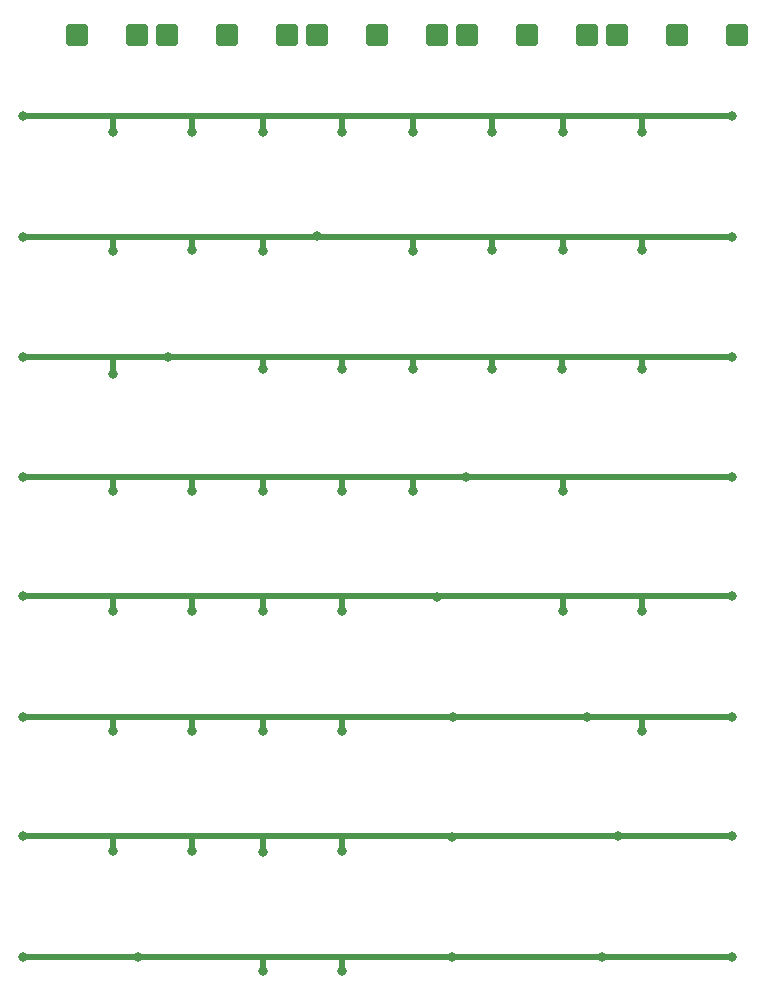
<source format=gbr>
%TF.GenerationSoftware,KiCad,Pcbnew,8.0.4*%
%TF.CreationDate,2024-09-09T09:49:45+10:00*%
%TF.ProjectId,ti59_keyboard,74693539-5f6b-4657-9962-6f6172642e6b,rev?*%
%TF.SameCoordinates,Original*%
%TF.FileFunction,Copper,L2,Bot*%
%TF.FilePolarity,Positive*%
%FSLAX46Y46*%
G04 Gerber Fmt 4.6, Leading zero omitted, Abs format (unit mm)*
G04 Created by KiCad (PCBNEW 8.0.4) date 2024-09-09 09:49:45*
%MOMM*%
%LPD*%
G01*
G04 APERTURE LIST*
G04 Aperture macros list*
%AMRoundRect*
0 Rectangle with rounded corners*
0 $1 Rounding radius*
0 $2 $3 $4 $5 $6 $7 $8 $9 X,Y pos of 4 corners*
0 Add a 4 corners polygon primitive as box body*
4,1,4,$2,$3,$4,$5,$6,$7,$8,$9,$2,$3,0*
0 Add four circle primitives for the rounded corners*
1,1,$1+$1,$2,$3*
1,1,$1+$1,$4,$5*
1,1,$1+$1,$6,$7*
1,1,$1+$1,$8,$9*
0 Add four rect primitives between the rounded corners*
20,1,$1+$1,$2,$3,$4,$5,0*
20,1,$1+$1,$4,$5,$6,$7,0*
20,1,$1+$1,$6,$7,$8,$9,0*
20,1,$1+$1,$8,$9,$2,$3,0*%
G04 Aperture macros list end*
%TA.AperFunction,ComponentPad*%
%ADD10RoundRect,0.250000X-0.675000X-0.675000X0.675000X-0.675000X0.675000X0.675000X-0.675000X0.675000X0*%
%TD*%
%TA.AperFunction,ViaPad*%
%ADD11C,0.800000*%
%TD*%
%TA.AperFunction,Conductor*%
%ADD12C,0.500000*%
%TD*%
G04 APERTURE END LIST*
D10*
%TO.P,J12,1,Pin_1*%
%TO.N,/R6*%
X20320000Y-2110000D03*
%TD*%
%TO.P,J4,1,Pin_1*%
%TO.N,/C2*%
X-12700000Y-2110000D03*
%TD*%
%TO.P,J13,1,Pin_1*%
%TO.N,/C5*%
X25400000Y-2110000D03*
%TD*%
%TO.P,J7,1,Pin_1*%
%TO.N,/C3*%
X0Y-2110000D03*
%TD*%
%TO.P,J8,1,Pin_1*%
%TO.N,/R4*%
X5080000Y-2110000D03*
%TD*%
%TO.P,J2,1,Pin_1*%
%TO.N,/R7*%
X-20320000Y-2110000D03*
%TD*%
%TO.P,J10,1,Pin_1*%
%TO.N,/C4*%
X12700000Y-2110000D03*
%TD*%
%TO.P,J3,1,Pin_1*%
%TO.N,/R2*%
X-17780000Y-2110000D03*
%TD*%
%TO.P,J6,1,Pin_1*%
%TO.N,/R1*%
X-5080000Y-2110000D03*
%TD*%
%TO.P,J11,1,Pin_1*%
%TO.N,/R5*%
X17780000Y-2110000D03*
%TD*%
%TO.P,J14,1,Pin_1*%
%TO.N,/R0*%
X30480000Y-2110000D03*
%TD*%
%TO.P,J5,1,Pin_1*%
%TO.N,/R8*%
X-7620000Y-2110000D03*
%TD*%
%TO.P,J9,1,Pin_1*%
%TO.N,/R3*%
X7620000Y-2110000D03*
%TD*%
%TO.P,J1,1,Pin_1*%
%TO.N,/C1*%
X-25400000Y-2110000D03*
%TD*%
D11*
%TO.N,/R7*%
X-30000000Y-80160000D03*
X-9700000Y-81360000D03*
X-3000000Y-81410000D03*
X30000000Y-80160000D03*
X-20300000Y-80160000D03*
X6350000Y-80160000D03*
X19000000Y-80160000D03*
%TO.N,/R2*%
X-3000000Y-30360000D03*
X15600000Y-30410000D03*
X-30000000Y-29360000D03*
X3000000Y-30410000D03*
X22400000Y-30410000D03*
X-9700000Y-30410000D03*
X30000000Y-29360000D03*
X9700000Y-30410000D03*
X-22400000Y-30810000D03*
X-17750000Y-29360000D03*
%TO.N,/R1*%
X-9700000Y-20410000D03*
X-30000000Y-19210000D03*
X-5100000Y-19160000D03*
X-15700000Y-20360000D03*
X9700000Y-20360000D03*
X-22400000Y-20410000D03*
X3000000Y-20410000D03*
X30000000Y-19210000D03*
X22400000Y-20360000D03*
X15700000Y-20310000D03*
%TO.N,/R4*%
X-15700000Y-50860000D03*
X-22400000Y-50910000D03*
X-30000000Y-49660000D03*
X-9700000Y-50860000D03*
X22400000Y-50860000D03*
X30000000Y-49660000D03*
X15700000Y-50860000D03*
X-3000000Y-50860000D03*
X5030000Y-49680000D03*
%TO.N,/R3*%
X3000000Y-40710000D03*
X15700000Y-40760000D03*
X-22400000Y-40760000D03*
X-3000000Y-40710000D03*
X7510000Y-39520000D03*
X-30000000Y-39510000D03*
X30000000Y-39510000D03*
X-15700000Y-40710000D03*
X-9700000Y-40710000D03*
%TO.N,/R5*%
X-15700000Y-61060000D03*
X30000000Y-59860000D03*
X-22400000Y-61060000D03*
X6450000Y-59840000D03*
X17750000Y-59860000D03*
X17750000Y-59860000D03*
X-3000000Y-61010000D03*
X-30000000Y-59860000D03*
X22400000Y-61060000D03*
X-9700000Y-61060000D03*
%TO.N,/R6*%
X-9700000Y-71260000D03*
X20350000Y-69960000D03*
X6350000Y-70000000D03*
X-30000000Y-69960000D03*
X-15700000Y-71210000D03*
X-22400000Y-71210000D03*
X-3000000Y-71210000D03*
X30000000Y-69960000D03*
%TO.N,/R0*%
X22400000Y-10300000D03*
X-9700000Y-10300000D03*
X-30000000Y-9000000D03*
X-3000000Y-10300000D03*
X-22400000Y-10300000D03*
X30000000Y-9000000D03*
X15700000Y-10300000D03*
X3000000Y-10300000D03*
X9700000Y-10300000D03*
X-15700000Y-10300000D03*
%TD*%
D12*
%TO.N,/R5*%
X-3000000Y-61010000D02*
X-3000000Y-59860000D01*
X-3000000Y-59860000D02*
X-9700000Y-59860000D01*
X3000000Y-59860000D02*
X-3000000Y-59860000D01*
X17750000Y-59860000D02*
X3000000Y-59860000D01*
%TO.N,/R7*%
X-19450000Y-80160000D02*
X30000000Y-80160000D01*
X-19450000Y-80160000D02*
X-30000000Y-80160000D01*
X-3000000Y-81410000D02*
X-3000000Y-80160000D01*
X-9700000Y-81360000D02*
X-9700000Y-80160000D01*
%TO.N,/R2*%
X-22400000Y-29410000D02*
X-22350000Y-29360000D01*
X-9650000Y-29360000D02*
X-2900000Y-29360000D01*
X-22350000Y-29360000D02*
X-17750000Y-29360000D01*
X-9700000Y-30410000D02*
X-9700000Y-29410000D01*
X-17750000Y-29360000D02*
X-9650000Y-29360000D01*
X3000000Y-30410000D02*
X3000000Y-29410000D01*
X-3000000Y-29460000D02*
X-2900000Y-29360000D01*
X9700000Y-30410000D02*
X9700000Y-29360000D01*
X-2900000Y-29360000D02*
X3050000Y-29360000D01*
X22400000Y-30410000D02*
X22400000Y-29360000D01*
X-22400000Y-30810000D02*
X-22400000Y-29410000D01*
X-3000000Y-30360000D02*
X-3000000Y-29460000D01*
X-17780000Y-29330000D02*
X-17750000Y-29360000D01*
X-9700000Y-29410000D02*
X-9650000Y-29360000D01*
X15600000Y-29360000D02*
X30000000Y-29360000D01*
X3000000Y-29410000D02*
X3050000Y-29360000D01*
X3050000Y-29360000D02*
X15600000Y-29360000D01*
X-30000000Y-29360000D02*
X-22350000Y-29360000D01*
X15600000Y-29360000D02*
X15600000Y-30410000D01*
%TO.N,/R1*%
X-15600000Y-19210000D02*
X-9700000Y-19210000D01*
X9700000Y-19310000D02*
X9800000Y-19210000D01*
X22400000Y-19260000D02*
X22350000Y-19210000D01*
X9800000Y-19210000D02*
X15750000Y-19210000D01*
X3000000Y-20410000D02*
X3000000Y-19310000D01*
X15700000Y-20310000D02*
X15700000Y-19260000D01*
X3100000Y-19210000D02*
X9800000Y-19210000D01*
X22400000Y-20360000D02*
X22400000Y-19260000D01*
X-15700000Y-20360000D02*
X-15700000Y-19310000D01*
X-22400000Y-20410000D02*
X-22400000Y-19260000D01*
X15750000Y-19210000D02*
X22350000Y-19210000D01*
X3000000Y-19310000D02*
X3100000Y-19210000D01*
X-22350000Y-19210000D02*
X-15600000Y-19210000D01*
X-15700000Y-19310000D02*
X-15600000Y-19210000D01*
X-9700000Y-20410000D02*
X-9700000Y-19210000D01*
X9700000Y-20360000D02*
X9700000Y-19310000D01*
X22350000Y-19210000D02*
X30000000Y-19210000D01*
X-9700000Y-19210000D02*
X3100000Y-19210000D01*
X15700000Y-19260000D02*
X15750000Y-19210000D01*
X-30000000Y-19210000D02*
X-22350000Y-19210000D01*
X-22400000Y-19260000D02*
X-22350000Y-19210000D01*
%TO.N,/R4*%
X22450000Y-49660000D02*
X30000000Y-49660000D01*
X-15700000Y-49660000D02*
X-9700000Y-49660000D01*
X15700000Y-49710000D02*
X15750000Y-49660000D01*
X-9700000Y-49660000D02*
X-3000000Y-49660000D01*
X-3000000Y-49660000D02*
X15750000Y-49660000D01*
X15750000Y-49660000D02*
X22450000Y-49660000D01*
X-9700000Y-50860000D02*
X-9700000Y-49660000D01*
X15700000Y-50860000D02*
X15700000Y-49710000D01*
X-30000000Y-49660000D02*
X-22400000Y-49660000D01*
X-22400000Y-50910000D02*
X-22400000Y-49660000D01*
X-3000000Y-50860000D02*
X-3000000Y-49660000D01*
X22400000Y-50860000D02*
X22400000Y-49710000D01*
X-15700000Y-50860000D02*
X-15700000Y-49660000D01*
X22400000Y-49710000D02*
X22450000Y-49660000D01*
X-22400000Y-49660000D02*
X-15700000Y-49660000D01*
%TO.N,/R3*%
X15750000Y-39510000D02*
X30000000Y-39510000D01*
X-9700000Y-39610000D02*
X-9600000Y-39510000D01*
X-22400000Y-39560000D02*
X-22450000Y-39510000D01*
X15700000Y-39560000D02*
X15750000Y-39510000D01*
X-15700000Y-39510000D02*
X-9600000Y-39510000D01*
X15700000Y-40760000D02*
X15700000Y-39560000D01*
X-22400000Y-40760000D02*
X-22400000Y-39560000D01*
X7500000Y-39510000D02*
X7510000Y-39520000D01*
X-2950000Y-39510000D02*
X3000000Y-39510000D01*
X3000000Y-40710000D02*
X3000000Y-39510000D01*
X-15700000Y-40710000D02*
X-15700000Y-39510000D01*
X-22450000Y-39510000D02*
X-15700000Y-39510000D01*
X-9700000Y-40710000D02*
X-9700000Y-39610000D01*
X7510000Y-39520000D02*
X7520000Y-39510000D01*
X3000000Y-39510000D02*
X7500000Y-39510000D01*
X-30000000Y-39510000D02*
X-22450000Y-39510000D01*
X7520000Y-39510000D02*
X15750000Y-39510000D01*
X-9600000Y-39510000D02*
X-2950000Y-39510000D01*
X-3000000Y-40710000D02*
X-3000000Y-39560000D01*
X-3000000Y-39560000D02*
X-2950000Y-39510000D01*
%TO.N,/R5*%
X-15700000Y-61060000D02*
X-15700000Y-59910000D01*
X-22350000Y-59860000D02*
X-30000000Y-59860000D01*
X-15750000Y-59860000D02*
X-22350000Y-59860000D01*
X17750000Y-59860000D02*
X22350000Y-59860000D01*
X-9700000Y-59860000D02*
X-15750000Y-59860000D01*
X-22400000Y-59910000D02*
X-22350000Y-59860000D01*
X-9700000Y-61060000D02*
X-9700000Y-59860000D01*
X-22400000Y-61060000D02*
X-22400000Y-59910000D01*
X22400000Y-61060000D02*
X22400000Y-59910000D01*
X22350000Y-59860000D02*
X30000000Y-59860000D01*
X22400000Y-59910000D02*
X22350000Y-59860000D01*
X-15700000Y-59910000D02*
X-15750000Y-59860000D01*
%TO.N,/R6*%
X-3000000Y-71210000D02*
X-3000000Y-69960000D01*
X-22400000Y-71210000D02*
X-22400000Y-69960000D01*
X-15750000Y-69960000D02*
X-22400000Y-69960000D01*
X-9700000Y-71260000D02*
X-9700000Y-70010000D01*
X-9750000Y-69960000D02*
X-15750000Y-69960000D01*
X-15700000Y-70010000D02*
X-15750000Y-69960000D01*
X30000000Y-69960000D02*
X20350000Y-69960000D01*
X-15700000Y-71210000D02*
X-15700000Y-70010000D01*
X20350000Y-69960000D02*
X-3000000Y-69960000D01*
X-9700000Y-70010000D02*
X-9750000Y-69960000D01*
X-3000000Y-69960000D02*
X-9750000Y-69960000D01*
X-22400000Y-69960000D02*
X-30000000Y-69960000D01*
%TO.N,/R0*%
X-15700000Y-9000000D02*
X-9600000Y-9000000D01*
X-22400000Y-10300000D02*
X-22400000Y-9000000D01*
X3000000Y-9100000D02*
X2900000Y-9000000D01*
X-22400000Y-9000000D02*
X-15700000Y-9000000D01*
X-30000000Y-9000000D02*
X-22400000Y-9000000D01*
X-15700000Y-10300000D02*
X-15700000Y-9000000D01*
X9800000Y-9000000D02*
X15800000Y-9000000D01*
X15800000Y-9000000D02*
X22400000Y-9000000D01*
X15700000Y-10300000D02*
X15700000Y-9100000D01*
X-3000000Y-9000000D02*
X2900000Y-9000000D01*
X9700000Y-9100000D02*
X9800000Y-9000000D01*
X-9600000Y-9000000D02*
X-3000000Y-9000000D01*
X22400000Y-10300000D02*
X22400000Y-9000000D01*
X3000000Y-10300000D02*
X3000000Y-9100000D01*
X-3000000Y-10300000D02*
X-3000000Y-9000000D01*
X22400000Y-9000000D02*
X30000000Y-9000000D01*
X2900000Y-9000000D02*
X9800000Y-9000000D01*
X-9700000Y-9100000D02*
X-9600000Y-9000000D01*
X15700000Y-9100000D02*
X15800000Y-9000000D01*
X9700000Y-10300000D02*
X9700000Y-9100000D01*
X-9700000Y-10300000D02*
X-9700000Y-9100000D01*
%TD*%
M02*

</source>
